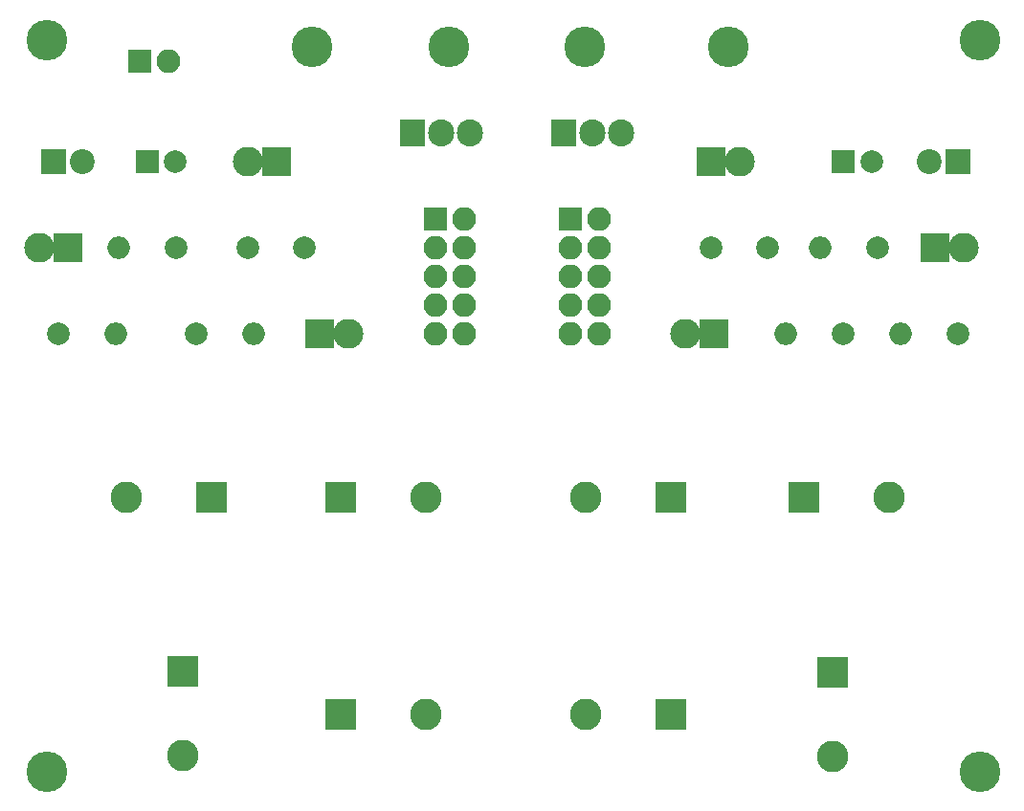
<source format=gbr>
G04 #@! TF.GenerationSoftware,KiCad,Pcbnew,(5.0.0-3-g5ebb6b6)*
G04 #@! TF.CreationDate,2018-11-24T00:30:52+00:00*
G04 #@! TF.ProjectId,AdjustablePSU,41646A75737461626C655053552E6B69,rev?*
G04 #@! TF.SameCoordinates,Original*
G04 #@! TF.FileFunction,Soldermask,Top*
G04 #@! TF.FilePolarity,Negative*
%FSLAX46Y46*%
G04 Gerber Fmt 4.6, Leading zero omitted, Abs format (unit mm)*
G04 Created by KiCad (PCBNEW (5.0.0-3-g5ebb6b6)) date Saturday, 24 November 2018 at 00:30:52*
%MOMM*%
%LPD*%
G01*
G04 APERTURE LIST*
%ADD10C,3.600000*%
%ADD11O,2.000000X2.000000*%
%ADD12C,2.000000*%
%ADD13R,2.000000X2.000000*%
%ADD14R,2.305000X2.400000*%
%ADD15O,2.305000X2.400000*%
%ADD16C,2.800000*%
%ADD17R,2.800000X2.800000*%
%ADD18O,2.640000X2.640000*%
%ADD19R,2.640000X2.640000*%
%ADD20C,2.200000*%
%ADD21R,2.200000X2.200000*%
%ADD22R,2.100000X2.100000*%
%ADD23O,2.100000X2.100000*%
G04 APERTURE END LIST*
D10*
G04 #@! TO.C,REF\002A\002A*
X107315000Y-123825000D03*
G04 #@! TD*
G04 #@! TO.C,REF\002A\002A*
X189865000Y-123825000D03*
G04 #@! TD*
G04 #@! TO.C,REF\002A\002A*
X189865000Y-59055000D03*
G04 #@! TD*
G04 #@! TO.C,REF\002A\002A*
X107315000Y-59055000D03*
G04 #@! TD*
D11*
G04 #@! TO.C,R_NEG1*
X113665000Y-77470000D03*
D12*
X118745000Y-77470000D03*
G04 #@! TD*
D10*
G04 #@! TO.C,REF\002A\002A*
X154940000Y-59690000D03*
G04 #@! TD*
G04 #@! TO.C,REF\002A\002A*
X142875000Y-59690000D03*
G04 #@! TD*
G04 #@! TO.C,REF\002A\002A*
X130810000Y-59690000D03*
G04 #@! TD*
D13*
G04 #@! TO.C,C_NEG6*
X116205000Y-69850000D03*
D12*
X118705000Y-69850000D03*
G04 #@! TD*
D14*
G04 #@! TO.C,U_POSREG1*
X153035000Y-67310000D03*
D15*
X155575000Y-67310000D03*
X158115000Y-67310000D03*
G04 #@! TD*
D16*
G04 #@! TO.C,C_NEG5*
X119380000Y-122435000D03*
D17*
X119380000Y-114935000D03*
G04 #@! TD*
D12*
G04 #@! TO.C,C_NEG1*
X130095000Y-77470000D03*
X125095000Y-77470000D03*
G04 #@! TD*
D16*
G04 #@! TO.C,C_NEG2*
X140850000Y-99568000D03*
D17*
X133350000Y-99568000D03*
G04 #@! TD*
G04 #@! TO.C,C_NEG3*
X121920000Y-99568000D03*
D16*
X114420000Y-99568000D03*
G04 #@! TD*
G04 #@! TO.C,C_NEG4*
X140850000Y-118745000D03*
D17*
X133350000Y-118745000D03*
G04 #@! TD*
D12*
G04 #@! TO.C,C_POS1*
X166116000Y-77470000D03*
X171116000Y-77470000D03*
G04 #@! TD*
D17*
G04 #@! TO.C,C_POS2*
X174341383Y-99568000D03*
D16*
X181841383Y-99568000D03*
G04 #@! TD*
G04 #@! TO.C,C_POS3*
X155060000Y-99568000D03*
D17*
X162560000Y-99568000D03*
G04 #@! TD*
G04 #@! TO.C,C_POS4*
X176881383Y-115050872D03*
D16*
X176881383Y-122550872D03*
G04 #@! TD*
D17*
G04 #@! TO.C,C_POS5*
X162560000Y-118745000D03*
D16*
X155060000Y-118745000D03*
G04 #@! TD*
D12*
G04 #@! TO.C,C_POS6*
X180300000Y-69850000D03*
D13*
X177800000Y-69850000D03*
G04 #@! TD*
D18*
G04 #@! TO.C,D_NEG3*
X133985000Y-85090000D03*
D19*
X131445000Y-85090000D03*
G04 #@! TD*
D20*
G04 #@! TO.C,D_NEG4*
X110490000Y-69850000D03*
D21*
X107950000Y-69850000D03*
G04 #@! TD*
D19*
G04 #@! TO.C,D_POS1*
X166116000Y-69850000D03*
D18*
X168656000Y-69850000D03*
G04 #@! TD*
D19*
G04 #@! TO.C,D_POS2*
X166370000Y-85090000D03*
D18*
X163830000Y-85090000D03*
G04 #@! TD*
D19*
G04 #@! TO.C,D_POS3*
X185928000Y-77470000D03*
D18*
X188468000Y-77470000D03*
G04 #@! TD*
D21*
G04 #@! TO.C,D_POS4*
X187960000Y-69850000D03*
D20*
X185420000Y-69850000D03*
G04 #@! TD*
D22*
G04 #@! TO.C,J_OUT1*
X141732000Y-74930000D03*
D23*
X144272000Y-74930000D03*
X141732000Y-77470000D03*
X144272000Y-77470000D03*
X141732000Y-80010000D03*
X144272000Y-80010000D03*
X141732000Y-82550000D03*
X144272000Y-82550000D03*
X141732000Y-85090000D03*
X144272000Y-85090000D03*
G04 #@! TD*
D12*
G04 #@! TO.C,R_NEGREG1*
X108331000Y-85099069D03*
D11*
X113411000Y-85099069D03*
G04 #@! TD*
G04 #@! TO.C,R_NEGREG2*
X125606683Y-85096209D03*
D12*
X120526683Y-85096209D03*
G04 #@! TD*
G04 #@! TO.C,R_POS1*
X180848000Y-77470000D03*
D11*
X175768000Y-77470000D03*
G04 #@! TD*
D12*
G04 #@! TO.C,R_POSREG1*
X187960000Y-85090000D03*
D11*
X182880000Y-85090000D03*
G04 #@! TD*
G04 #@! TO.C,R_POSREG2*
X172720000Y-85090000D03*
D12*
X177800000Y-85090000D03*
G04 #@! TD*
D15*
G04 #@! TO.C,U_NEGREG1*
X144780000Y-67310000D03*
X142240000Y-67310000D03*
D14*
X139700000Y-67310000D03*
G04 #@! TD*
D19*
G04 #@! TO.C,D_NEG1*
X109220000Y-77470000D03*
D18*
X106680000Y-77470000D03*
G04 #@! TD*
D22*
G04 #@! TO.C,J_OUT2*
X153670000Y-74930000D03*
D23*
X156210000Y-74930000D03*
X153670000Y-77470000D03*
X156210000Y-77470000D03*
X153670000Y-80010000D03*
X156210000Y-80010000D03*
X153670000Y-82550000D03*
X156210000Y-82550000D03*
X153670000Y-85090000D03*
X156210000Y-85090000D03*
G04 #@! TD*
D19*
G04 #@! TO.C,D_NEG2*
X127635000Y-69850000D03*
D18*
X125095000Y-69850000D03*
G04 #@! TD*
D10*
G04 #@! TO.C,REF\002A\002A*
X167640000Y-59690000D03*
G04 #@! TD*
D22*
G04 #@! TO.C,J_PWR1*
X115570000Y-60960000D03*
D23*
X118110000Y-60960000D03*
G04 #@! TD*
M02*

</source>
